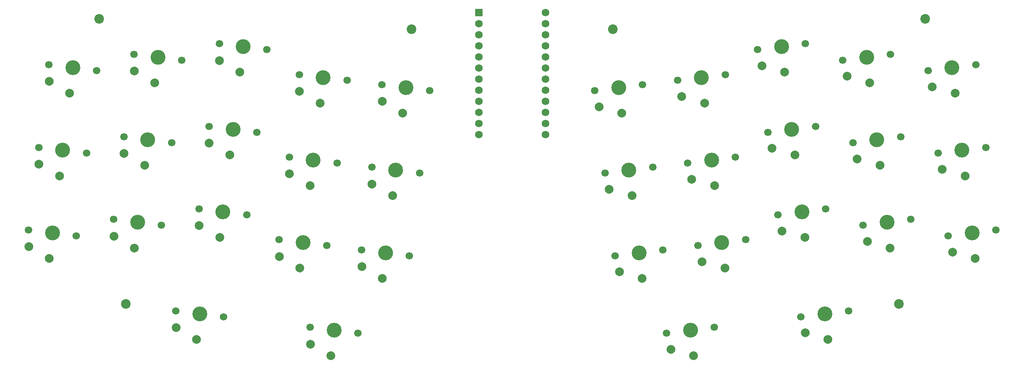
<source format=gbr>
G04 #@! TF.GenerationSoftware,KiCad,Pcbnew,(5.1.9)-1*
G04 #@! TF.CreationDate,2021-11-23T16:25:02-08:00*
G04 #@! TF.ProjectId,Claudia_choc,436c6175-6469-4615-9f63-686f632e6b69,rev?*
G04 #@! TF.SameCoordinates,Original*
G04 #@! TF.FileFunction,Soldermask,Bot*
G04 #@! TF.FilePolarity,Negative*
%FSLAX46Y46*%
G04 Gerber Fmt 4.6, Leading zero omitted, Abs format (unit mm)*
G04 Created by KiCad (PCBNEW (5.1.9)-1) date 2021-11-23 16:25:02*
%MOMM*%
%LPD*%
G01*
G04 APERTURE LIST*
%ADD10C,1.700000*%
%ADD11C,2.000000*%
%ADD12C,3.400000*%
%ADD13C,2.200000*%
%ADD14C,1.752600*%
%ADD15R,1.752600X1.752600*%
G04 APERTURE END LIST*
D10*
X42964808Y-51099304D03*
X32046800Y-49758742D03*
D11*
X32079970Y-53591352D03*
X36786775Y-56285045D03*
D12*
X37505804Y-50429023D03*
D10*
X184289616Y-109881392D03*
X173371608Y-111221954D03*
D11*
X174330985Y-114932695D03*
X179549641Y-116407695D03*
D12*
X178830612Y-110551673D03*
D10*
X40643197Y-70007308D03*
X29725189Y-68666746D03*
D11*
X29758359Y-72499356D03*
X34465164Y-75193049D03*
D12*
X35184193Y-69337027D03*
D10*
X38321586Y-88915313D03*
X27403578Y-87574751D03*
D11*
X27436748Y-91407361D03*
X32143553Y-94101054D03*
D12*
X32862582Y-88245032D03*
D10*
X62453215Y-48693914D03*
X51535207Y-47353352D03*
D11*
X51568377Y-51185962D03*
X56275182Y-53879655D03*
D12*
X56994211Y-48023633D03*
D10*
X60131604Y-67601918D03*
X49213596Y-66261356D03*
D11*
X49246766Y-70093966D03*
X53953571Y-72787659D03*
D12*
X54672600Y-66931637D03*
D10*
X57809993Y-86509923D03*
X46891985Y-85169361D03*
D11*
X46925155Y-89001971D03*
X51631960Y-91695664D03*
D12*
X52350989Y-85839642D03*
D10*
X81941622Y-46288524D03*
X71023614Y-44947962D03*
D11*
X71056784Y-48780572D03*
X75763589Y-51474265D03*
D12*
X76482618Y-45618243D03*
D10*
X79620011Y-65196528D03*
X68702003Y-63855966D03*
D11*
X68735173Y-67688576D03*
X73441978Y-70382269D03*
D12*
X74161007Y-64526247D03*
D10*
X77298400Y-84104533D03*
X66380392Y-82763971D03*
D11*
X66413562Y-86596581D03*
X71120367Y-89290274D03*
D12*
X71839396Y-83434252D03*
D10*
X100269223Y-53337136D03*
X89351215Y-51996574D03*
D11*
X89384385Y-55829184D03*
X94091190Y-58522877D03*
D12*
X94810219Y-52666855D03*
D10*
X97947612Y-72245140D03*
X87029604Y-70904578D03*
D11*
X87062774Y-74737188D03*
X91769579Y-77430881D03*
D12*
X92488608Y-71574859D03*
D10*
X95626001Y-91153145D03*
X84707993Y-89812583D03*
D11*
X84741163Y-93645193D03*
X89447968Y-96338886D03*
D12*
X90166997Y-90482864D03*
D10*
X72033133Y-107449367D03*
X61115125Y-106108805D03*
D11*
X61148295Y-109941415D03*
X65855100Y-112635108D03*
D12*
X66574129Y-106779086D03*
D10*
X114534006Y-93474756D03*
X103615998Y-92134194D03*
D11*
X103649168Y-95966804D03*
X108355973Y-98660497D03*
D12*
X109075002Y-92804475D03*
D10*
X170192392Y-73226189D03*
X159274384Y-74566751D03*
D11*
X160233761Y-78277492D03*
X165452417Y-79752492D03*
D12*
X164733388Y-73896470D03*
D10*
X172514002Y-92134194D03*
X161595994Y-93474756D03*
D11*
X162555371Y-97185497D03*
X167774027Y-98660497D03*
D12*
X167054998Y-92804475D03*
D10*
X189100396Y-70904578D03*
X178182388Y-72245140D03*
D11*
X179141765Y-75955881D03*
X184360421Y-77430881D03*
D12*
X183641392Y-71574859D03*
D10*
X191422007Y-89812583D03*
X180503999Y-91153145D03*
D11*
X181463376Y-94863886D03*
X186682032Y-96338886D03*
D12*
X185963003Y-90482864D03*
D10*
X215014875Y-106108805D03*
X204096867Y-107449367D03*
D11*
X205056244Y-111160108D03*
X210274900Y-112635108D03*
D12*
X209555871Y-106779086D03*
D10*
X205106386Y-44947962D03*
X194188378Y-46288524D03*
D11*
X195147755Y-49999265D03*
X200366411Y-51474265D03*
D12*
X199647382Y-45618243D03*
D10*
X207427997Y-63855966D03*
X196509989Y-65196528D03*
D11*
X197469366Y-68907269D03*
X202688022Y-70382269D03*
D12*
X201968993Y-64526247D03*
D10*
X209749608Y-82763971D03*
X198831600Y-84104533D03*
D11*
X199790977Y-87815274D03*
X205009633Y-89290274D03*
D12*
X204290604Y-83434252D03*
D10*
X224594793Y-47353352D03*
X213676785Y-48693914D03*
D11*
X214636162Y-52404655D03*
X219854818Y-53879655D03*
D12*
X219135789Y-48023633D03*
D10*
X226916404Y-66261356D03*
X215998396Y-67601918D03*
D11*
X216957773Y-71312659D03*
X222176429Y-72787659D03*
D12*
X221457400Y-66931637D03*
D10*
X229238015Y-85169361D03*
X218320007Y-86509923D03*
D11*
X219279384Y-90220664D03*
X224498040Y-91695664D03*
D12*
X223779011Y-85839642D03*
D10*
X244083200Y-49758742D03*
X233165192Y-51099304D03*
D11*
X234124569Y-54810045D03*
X239343225Y-56285045D03*
D12*
X238624196Y-50429023D03*
D10*
X248726422Y-87574751D03*
X237808414Y-88915313D03*
D11*
X238767791Y-92626054D03*
X243986447Y-94101054D03*
D12*
X243267418Y-88245032D03*
D10*
X119177227Y-55658747D03*
X108259219Y-54318185D03*
D11*
X108292389Y-58150795D03*
X112999194Y-60844488D03*
D12*
X113718223Y-54988466D03*
D10*
X116855616Y-74566751D03*
X105937608Y-73226189D03*
D11*
X105970778Y-77058799D03*
X110677583Y-79752492D03*
D12*
X111396612Y-73896470D03*
D10*
X246404811Y-68666746D03*
X235486803Y-70007308D03*
D11*
X236446180Y-73718049D03*
X241664836Y-75193049D03*
D12*
X240945807Y-69337027D03*
D10*
X186778785Y-51996574D03*
X175860777Y-53337136D03*
D11*
X176820154Y-57047877D03*
X182038810Y-58522877D03*
D12*
X181319781Y-52666855D03*
D10*
X167870781Y-54318185D03*
X156952773Y-55658747D03*
D11*
X157912150Y-59369488D03*
X163130806Y-60844488D03*
D12*
X162411777Y-54988466D03*
D10*
X102758392Y-111221954D03*
X91840384Y-109881392D03*
D11*
X91873554Y-113714002D03*
X96580359Y-116407695D03*
D12*
X97299388Y-110551673D03*
D13*
X43547200Y-39250000D03*
X226499534Y-104500000D03*
X49630466Y-104500000D03*
X115000000Y-41630600D03*
X161047200Y-41630600D03*
X232500000Y-39250000D03*
D14*
X145643600Y-37820600D03*
X130403600Y-65760600D03*
X145643600Y-40360600D03*
X145643600Y-42900600D03*
X145643600Y-45440600D03*
X145643600Y-47980600D03*
X145643600Y-50520600D03*
X145643600Y-53060600D03*
X145643600Y-55600600D03*
X145643600Y-58140600D03*
X145643600Y-60680600D03*
X145643600Y-63220600D03*
X145643600Y-65760600D03*
X130403600Y-63220600D03*
X130403600Y-60680600D03*
X130403600Y-58140600D03*
X130403600Y-55600600D03*
X130403600Y-53060600D03*
X130403600Y-50520600D03*
X130403600Y-47980600D03*
X130403600Y-45440600D03*
X130403600Y-42900600D03*
X130403600Y-40360600D03*
D15*
X130403600Y-37820600D03*
M02*

</source>
